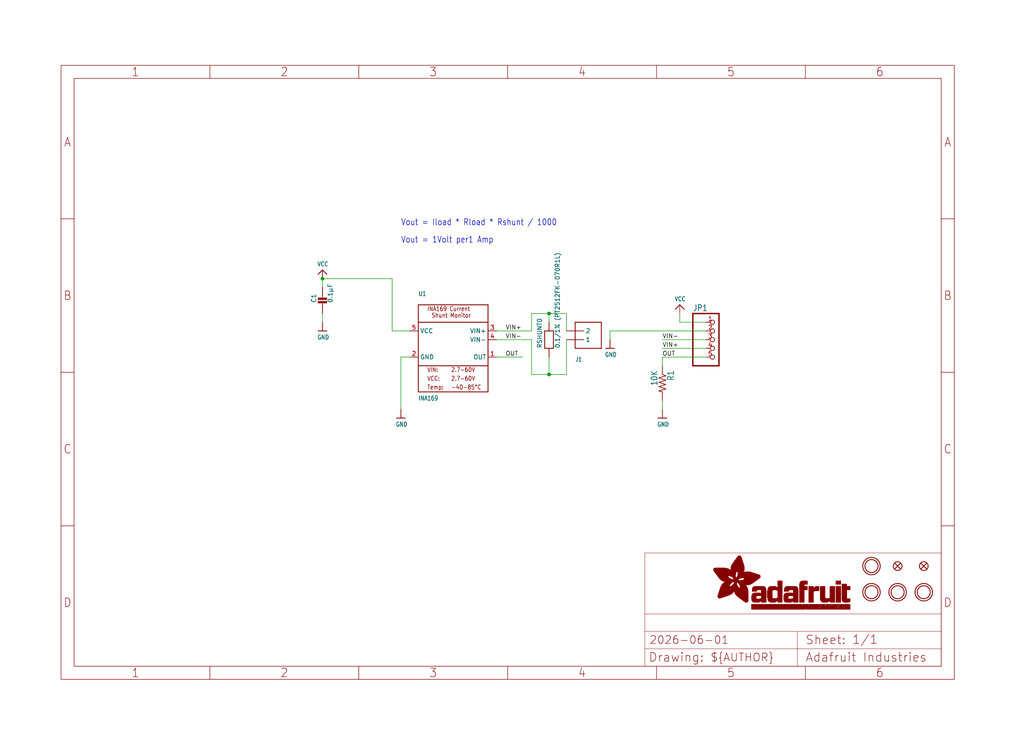
<source format=kicad_sch>
(kicad_sch (version 20230121) (generator eeschema)
  (paper "User" 298.45 217.322)
  (lib_symbols
    (symbol "working-eagle-import:CAP_CERAMIC0805"
      (property "Reference" "C" (at -1.79 0.54 90))
      (symbol "CAP_CERAMIC0805_1_0"
        (pin passive line (at 0 5.08 270) (length 2.54) (name "1") (number "1"))
        (pin passive line (at 0 -2.54 90) (length 2.54) (name "2") (number "2"))
      )
    )
    (symbol "working-eagle-import:FIDUCIAL{dblquote}{dblquote}")
    (symbol "working-eagle-import:FRAME_A4_ADAFRUIT"
      (symbol "FRAME_A4_ADAFRUIT_1_0"
        (text "${#}/${##}" (at 230.505 10.16 0) (effects (font (size 2.54 2.54)) (justify left bottom)))
        (text "${AUTHOR}" (at 189.23 5.08 0) (effects (font (size 2.286 2.286)) (justify left bottom)))
        (text "${CURRENT_DATE}" (at 171.45 10.16 0) (effects (font (size 2.286 2.286)) (justify left bottom)))
        (text "${PROJECTNAME}" (at 171.45 15.24 0) (effects (font (size 2.54 2.54)) (justify left bottom)))
        (text "1" (at 21.6958 1.905 0) (effects (font (size 2.54 2.286))))
        (text "1" (at 21.6958 177.165 0) (effects (font (size 2.54 2.286))))
        (text "2" (at 65.0875 1.905 0) (effects (font (size 2.54 2.286))))
        (text "2" (at 65.0875 177.165 0) (effects (font (size 2.54 2.286))))
        (text "3" (at 108.4792 1.905 0) (effects (font (size 2.54 2.286))))
        (text "3" (at 108.4792 177.165 0) (effects (font (size 2.54 2.286))))
        (text "4" (at 151.8708 1.905 0) (effects (font (size 2.54 2.286))))
        (text "4" (at 151.8708 177.165 0) (effects (font (size 2.54 2.286))))
        (text "5" (at 195.2625 1.905 0) (effects (font (size 2.54 2.286))))
        (text "5" (at 195.2625 177.165 0) (effects (font (size 2.54 2.286))))
        (text "6" (at 238.6542 1.905 0) (effects (font (size 2.54 2.286))))
        (text "6" (at 238.6542 177.165 0) (effects (font (size 2.54 2.286))))
        (text "A" (at 1.905 156.6863 0) (effects (font (size 2.54 2.286))))
        (text "A" (at 258.445 156.6863 0) (effects (font (size 2.54 2.286))))
        (text "Adafruit Industries" (at 216.916 4.953 0) (effects (font (size 2.54 2.54)) (justify left bottom)))
        (text "B" (at 1.905 111.9188 0) (effects (font (size 2.54 2.286))))
        (text "B" (at 258.445 111.9188 0) (effects (font (size 2.54 2.286))))
        (text "C" (at 1.905 67.1513 0) (effects (font (size 2.54 2.286))))
        (text "C" (at 258.445 67.1513 0) (effects (font (size 2.54 2.286))))
        (text "D" (at 1.905 22.3838 0) (effects (font (size 2.54 2.286))))
        (text "D" (at 258.445 22.3838 0) (effects (font (size 2.54 2.286))))
        (text "Drawing:" (at 171.196 4.953 0) (effects (font (size 2.54 2.54)) (justify left bottom)))
        (text "Sheet:" (at 216.916 10.033 0) (effects (font (size 2.54 2.54)) (justify left bottom)))
      )
    )
    (symbol "working-eagle-import:GND" (power)
      (property "Value" "GND" (at -1.524 -2.54 0))
      (symbol "GND_1_0"
        (pin power_in line (at 0 2.54 270) (length 2.54) (name "GND") (number "1"))
      )
    )
    (symbol "working-eagle-import:HEADER-1X570MIL"
      (property "Reference" "JP" (at -6.35 8.255 0))
      (symbol "HEADER-1X570MIL_1_0"
        (pin passive inverted (at -2.54 5.08 0) (length 2.54) (name "1") (number "1"))
        (pin passive inverted (at -2.54 2.54 0) (length 2.54) (name "2") (number "2"))
        (pin passive inverted (at -2.54 0 0) (length 2.54) (name "3") (number "3"))
        (pin passive inverted (at -2.54 -2.54 0) (length 2.54) (name "4") (number "4"))
        (pin passive inverted (at -2.54 -5.08 0) (length 2.54) (name "5") (number "5"))
      )
    )
    (symbol "working-eagle-import:INA169"
      (property "Reference" "U" (at -10.16 15.24 0))
      (symbol "INA169_1_0"
        (text "-40-85°C" (at -0.635 -12.065 0) (effects (font (size 1.27 1.0795)) (justify left bottom)))
        (text "2.7-60V" (at -0.635 -9.525 0) (effects (font (size 1.27 1.0795)) (justify left bottom)))
        (text "2.7-60V" (at -0.635 -6.985 0) (effects (font (size 1.27 1.0795)) (justify left bottom)))
        (text "INA169 Current" (at -7.62 10.795 0) (effects (font (size 1.27 1.0795)) (justify left bottom)))
        (text "Shunt Monitor" (at -6.35 8.89 0) (effects (font (size 1.27 1.0795)) (justify left bottom)))
        (text "Temp:" (at -7.62 -12.065 0) (effects (font (size 1.27 1.0795)) (justify left bottom)))
        (text "VCC:" (at -7.62 -9.525 0) (effects (font (size 1.27 1.0795)) (justify left bottom)))
        (text "VIN:" (at -7.62 -6.985 0) (effects (font (size 1.27 1.0795)) (justify left bottom)))
        (pin output line (at 12.7 -2.54 180) (length 2.54) (name "OUT") (number "1"))
        (pin power_in line (at -12.7 -2.54 0) (length 2.54) (name "GND") (number "2"))
        (pin bidirectional line (at 12.7 5.08 180) (length 2.54) (name "VIN+") (number "3"))
        (pin bidirectional line (at 12.7 2.54 180) (length 2.54) (name "VIN-") (number "4"))
        (pin power_in line (at -12.7 5.08 0) (length 2.54) (name "VCC") (number "5"))
      )
    )
    (symbol "working-eagle-import:MOUNTINGHOLE2.5")
    (symbol "working-eagle-import:RESISTOR2512"
      (property "Reference" "R" (at -2.54 2.032 0))
      (symbol "RESISTOR2512_1_0"
        (pin passive line (at -5.08 0 0) (length 2.54) (name "1") (number "1"))
        (pin passive line (at 5.08 0 180) (length 2.54) (name "2") (number "2"))
      )
    )
    (symbol "working-eagle-import:RESISTOR_DUAL"
      (property "Reference" "R" (at -3.81 1.4986 0))
      (symbol "RESISTOR_DUAL_1_0"
        (pin passive line (at -5.08 0 0) (length 2.54) (name "1") (number "1"))
        (pin passive line (at 5.08 0 180) (length 2.54) (name "2") (number "2"))
      )
    )
    (symbol "working-eagle-import:TERMBLOCK_1X2"
      (property "Reference" "X" (at -2.54 7.62 0))
      (symbol "TERMBLOCK_1X2_1_0"
        (pin passive line (at -5.08 2.54 0) (length 5.08) (name "1") (number "1"))
        (pin passive line (at -5.08 0 0) (length 5.08) (name "2") (number "2"))
      )
    )
    (symbol "working-eagle-import:VCC" (power)
      (property "Value" "VCC" (at -1.524 1.016 0))
      (symbol "VCC_1_0"
        (pin power_in line (at 0 -2.54 90) (length 2.54) (name "VCC") (number "1"))
      )
    )
  )
  (junction (at 160.02 91.44))
  (junction (at 93.98 81.28))
  (junction (at 160.02 109.22))
  (wire (pts (xy 114.3 81.28) (xy 93.98 81.28)) (stroke (width 0.1524)))
  (wire (pts (xy 165.1 96.52) (xy 165.1 91.44)) (stroke (width 0.1524)))
  (wire (pts (xy 144.78 99.06) (xy 154.94 99.06)) (stroke (width 0.1524)))
  (wire (pts (xy 205.74 93.98) (xy 198.12 93.98)) (stroke (width 0.1524)))
  (wire (pts (xy 114.3 96.52) (xy 114.3 81.28)) (stroke (width 0.1524)))
  (wire (pts (xy 154.94 109.22) (xy 160.02 109.22)) (stroke (width 0.1524)))
  (wire (pts (xy 119.38 96.52) (xy 114.3 96.52)) (stroke (width 0.1524)))
  (wire (pts (xy 154.94 91.44) (xy 160.02 91.44)) (stroke (width 0.1524)))
  (wire (pts (xy 193.04 104.14) (xy 193.04 106.68)) (stroke (width 0.1524)))
  (wire (pts (xy 154.94 99.06) (xy 154.94 109.22)) (stroke (width 0.1524)))
  (wire (pts (xy 205.74 104.14) (xy 193.04 104.14)) (stroke (width 0.1524)))
  (wire (pts (xy 165.1 109.22) (xy 165.1 99.06)) (stroke (width 0.1524)))
  (wire (pts (xy 93.98 81.28) (xy 93.98 83.82)) (stroke (width 0.1524)))
  (wire (pts (xy 165.1 91.44) (xy 160.02 91.44)) (stroke (width 0.1524)))
  (wire (pts (xy 205.74 99.06) (xy 193.04 99.06)) (stroke (width 0.1524)))
  (wire (pts (xy 193.04 116.84) (xy 193.04 119.38)) (stroke (width 0.1524)))
  (wire (pts (xy 116.84 104.14) (xy 116.84 119.38)) (stroke (width 0.1524)))
  (wire (pts (xy 177.8 96.52) (xy 177.8 99.06)) (stroke (width 0.1524)))
  (wire (pts (xy 160.02 109.22) (xy 165.1 109.22)) (stroke (width 0.1524)))
  (wire (pts (xy 205.74 96.52) (xy 177.8 96.52)) (stroke (width 0.1524)))
  (wire (pts (xy 160.02 109.22) (xy 160.02 104.14)) (stroke (width 0.1524)))
  (wire (pts (xy 154.94 96.52) (xy 154.94 91.44)) (stroke (width 0.1524)))
  (wire (pts (xy 205.74 101.6) (xy 193.04 101.6)) (stroke (width 0.1524)))
  (wire (pts (xy 198.12 93.98) (xy 198.12 91.44)) (stroke (width 0.1524)))
  (wire (pts (xy 144.78 96.52) (xy 154.94 96.52)) (stroke (width 0.1524)))
  (wire (pts (xy 144.78 104.14) (xy 152.4 104.14)) (stroke (width 0.1524)))
  (wire (pts (xy 119.38 104.14) (xy 116.84 104.14)) (stroke (width 0.1524)))
  (wire (pts (xy 160.02 91.44) (xy 160.02 93.98)) (stroke (width 0.1524)))
  (wire (pts (xy 93.98 91.44) (xy 93.98 93.98)) (stroke (width 0.1524)))
  (text "Vout = Iload * Rload * Rshunt / 1000" (at 116.84 66.04 0) (effects (font (size 1.778 1.5113)) (justify left bottom)))
  (text "Vout = 1Volt per1 Amp" (at 116.84 71.12 0) (effects (font (size 1.778 1.5113)) (justify left bottom)))
  (label "VIN+" (at 193.04 101.6 0) (effects (font (size 1.2446 1.2446))))
  (label "OUT" (at 147.32 104.14 0) (effects (font (size 1.2446 1.2446))))
  (label "VIN+" (at 147.32 96.52 0) (effects (font (size 1.2446 1.2446))))
  (label "VIN-" (at 193.04 99.06 0) (effects (font (size 1.2446 1.2446))))
  (label "OUT" (at 193.04 104.14 0) (effects (font (size 1.2446 1.2446))))
  (label "VIN-" (at 147.32 99.06 0) (effects (font (size 1.2446 1.2446))))
  (symbol (lib_id "working-eagle-import:TERMBLOCK_1X2") (at 170.18 96.52 0) (mirror x) (unit 1)
    (property "Reference" "J1" (at 167.64 104.14 0) (effects (font (size 1.27 1.0795)) (justify left bottom)))
    (property "Value" "TERMBLOCK_1X2" (effects hide))
    (property "Footprint" "working:TERMBLOCK_1X2-3.5MM" (effects hide))
  )
  (symbol (lib_id "working-eagle-import:INA169") (at 132.08 101.6 0) (unit 1)
    (property "Reference" "U1" (at 121.92 86.36 0) (effects (font (size 1.27 1.0795)) (justify left bottom)))
    (property "Value" "INA169" (at 121.92 116.84 0) (effects (font (size 1.27 1.0795)) (justify left bottom)))
    (property "Footprint" "working:SOT23-5" (effects hide))
  )
  (symbol (lib_id "working-eagle-import:VCC") (at 93.98 78.74 0) (unit 1)
    (property "Reference" "#P+3" (effects hide))
    (property "Value" "VCC" (at 92.456 77.724 0) (effects (font (size 1.27 1.0795)) (justify left bottom)))
  )
  (symbol (lib_id "working-eagle-import:HEADER-1X570MIL") (at 208.28 99.06 0) (unit 1)
    (property "Reference" "JP1" (at 201.93 90.805 0) (effects (font (size 1.778 1.5113)) (justify left bottom)))
    (property "Value" "HEADER-1X570MIL" (effects hide))
    (property "Footprint" "working:1X05_ROUND_70" (effects hide))
  )
  (symbol (lib_id "working-eagle-import:GND") (at 93.98 96.52 0) (unit 1)
    (property "Reference" "#U$5" (effects hide))
    (property "Value" "GND" (at 92.456 99.06 0) (effects (font (size 1.27 1.0795)) (justify left bottom)))
  )
  (symbol (lib_id "working-eagle-import:RESISTOR2512") (at 160.02 99.06 90) (unit 1)
    (property "Reference" "RSHUNT0" (at 157.988 101.6 0) (effects (justify left bottom)))
    (property "Value" "0.1/1% (PT2512FK-070R1L)" (at 163.195 101.6 0) (effects (justify left bottom)))
    (property "Footprint" "working:2512" (effects hide))
  )
  (symbol (lib_id "working-eagle-import:CAP_CERAMIC0805") (at 93.98 88.9 0) (unit 1)
    (property "Reference" "C1" (at 92.19 88.36 90) (effects (justify left bottom)))
    (property "Value" "0.1µF" (at 96.98 88.36 90) (effects (justify left bottom)))
    (property "Footprint" "working:0805" (effects hide))
  )
  (symbol (lib_id "working-eagle-import:MOUNTINGHOLE2.5") (at 254 172.72 0) (unit 1)
    (property "Reference" "U$9" (effects hide))
    (property "Value" "MOUNTINGHOLE2.5" (effects hide))
    (property "Footprint" "working:MOUNTINGHOLE_2.5_PLATED" (effects hide))
  )
  (symbol (lib_id "working-eagle-import:MOUNTINGHOLE2.5") (at 269.24 172.72 0) (unit 1)
    (property "Reference" "U$7" (effects hide))
    (property "Value" "MOUNTINGHOLE2.5" (effects hide))
    (property "Footprint" "working:MOUNTINGHOLE_2.5_PLATED" (effects hide))
  )
  (symbol (lib_id "working-eagle-import:MOUNTINGHOLE2.5") (at 261.62 172.72 0) (unit 1)
    (property "Reference" "U$8" (effects hide))
    (property "Value" "MOUNTINGHOLE2.5" (effects hide))
    (property "Footprint" "working:MOUNTINGHOLE_2.5_PLATED" (effects hide))
  )
  (symbol (lib_id "working-eagle-import:FIDUCIAL{dblquote}{dblquote}") (at 261.62 165.1 0) (unit 1)
    (property "Reference" "FID2" (effects hide))
    (property "Value" "FIDUCIAL{dblquote}{dblquote}" (effects hide))
    (property "Footprint" "working:FIDUCIAL_1MM" (effects hide))
  )
  (symbol (lib_id "working-eagle-import:FIDUCIAL{dblquote}{dblquote}") (at 269.24 165.1 0) (unit 1)
    (property "Reference" "FID1" (effects hide))
    (property "Value" "FIDUCIAL{dblquote}{dblquote}" (effects hide))
    (property "Footprint" "working:FIDUCIAL_1MM" (effects hide))
  )
  (symbol (lib_id "working-eagle-import:RESISTOR_DUAL") (at 193.04 111.76 270) (unit 1)
    (property "Reference" "R1" (at 194.5386 107.95 0) (effects (font (size 1.778 1.5113)) (justify left bottom)))
    (property "Value" "10K" (at 189.738 107.95 0) (effects (font (size 1.778 1.5113)) (justify left bottom)))
    (property "Footprint" "working:0805-THM" (effects hide))
  )
  (symbol (lib_id "working-eagle-import:GND") (at 193.04 121.92 0) (unit 1)
    (property "Reference" "#U$2" (effects hide))
    (property "Value" "GND" (at 191.516 124.46 0) (effects (font (size 1.27 1.0795)) (justify left bottom)))
  )
  (symbol (lib_id "working-eagle-import:MOUNTINGHOLE2.5") (at 254 165.1 0) (unit 1)
    (property "Reference" "U$10" (effects hide))
    (property "Value" "MOUNTINGHOLE2.5" (effects hide))
    (property "Footprint" "working:MOUNTINGHOLE_2.5_PLATED" (effects hide))
  )
  (symbol (lib_id "working-eagle-import:VCC") (at 198.12 88.9 0) (unit 1)
    (property "Reference" "#P+4" (effects hide))
    (property "Value" "VCC" (at 196.596 87.884 0) (effects (font (size 1.27 1.0795)) (justify left bottom)))
  )
  (symbol (lib_id "working-eagle-import:FRAME_A4_ADAFRUIT") (at 17.78 198.12 0) (unit 1)
    (property "Reference" "#U$1" (effects hide))
    (property "Value" "FRAME_A4_ADAFRUIT" (effects hide))
  )
  (symbol (lib_id "working-eagle-import:GND") (at 116.84 121.92 0) (unit 1)
    (property "Reference" "#U$4" (effects hide))
    (property "Value" "GND" (at 115.316 124.46 0) (effects (font (size 1.27 1.0795)) (justify left bottom)))
  )
  (symbol (lib_id "working-eagle-import:GND") (at 177.8 101.6 0) (unit 1)
    (property "Reference" "#U$6" (effects hide))
    (property "Value" "GND" (at 176.276 104.14 0) (effects (font (size 1.27 1.0795)) (justify left bottom)))
  )
)
</source>
